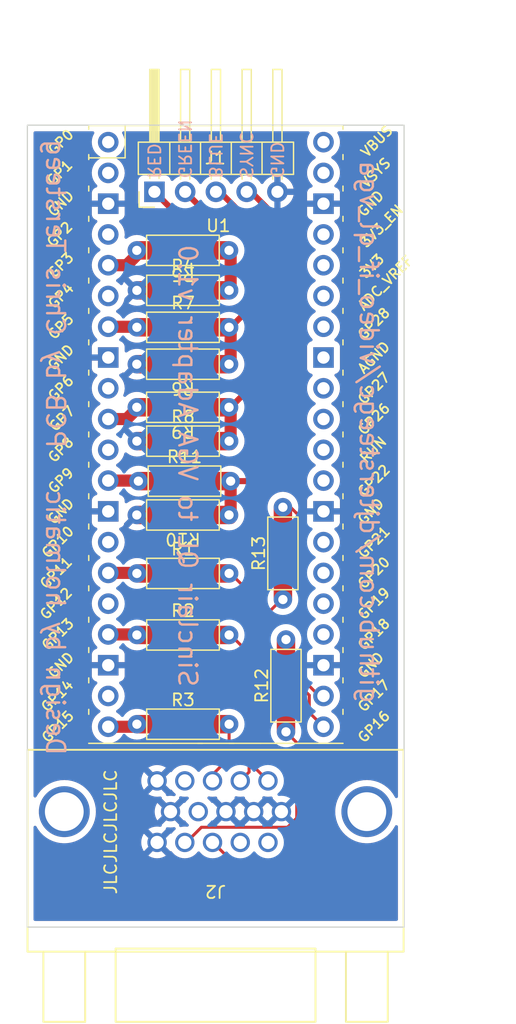
<source format=kicad_pcb>
(kicad_pcb (version 20211014) (generator pcbnew)
  (title_block (date "2023-02-12") (rev "v1.0"))
  (layers (0 "F.Cu" signal) (31 "B.Cu" signal) (34 "B.Paste" user) (35 "F.Paste" user) (36 "B.SilkS" user "B.Silkscreen") (37 "F.SilkS" user "F.Silkscreen") (38 "B.Mask" user) (39 "F.Mask" user) (44 "Edge.Cuts" user))
  (net 0 "")
  (net 1 "Net-(J1-Pad1)")
  (net 2 "Net-(J1-Pad2)")
  (net 3 "Net-(J1-Pad3)")
  (net 4 "Net-(J1-Pad4)")
  (net 5 "GND")
  (net 6 "Net-(J2-Pad1)")
  (net 7 "Net-(J2-Pad2)")
  (net 8 "Net-(J2-Pad3)")
  (net 13 "Net-(J2-Pad13)")
  (net 14 "Net-(J2-Pad14)")
  (net 15 "/RED")
  (net 16 "/BLUE")
  (net 17 "/GREEN")
  (net 18 "/QLRED")
  (net 19 "/QLGREEN")
  (net 20 "/QLBLUE")
  (net 21 "/HSYNC")
  (net 22 "/VSYNC")
  (net 29 "/QLSYNC")
  (footprint "THT_SMD:R_Axial_DIN0207_L6.3mm_D2.5mm_P7.62_Horizontal" (layer "F.Cu") (at 139.569 81.788 180)
    (fp_text reference "R9" (at 0 -2 180 unlocked) (layer "F.SilkS"))
    (fp_text value "330R")
    (fp_rect (start -3 -1.25) (end 3 1.25) (layer "F.SilkS") (width 0.12) (fill none))
    (pad "1" thru_hole circle (at -3.81 0 180) (size 1.524 1.524) (drill 0.762) (layers *.Cu *.Mask) (net 3 "Net-(J1-Pad3)"))
    (pad "1" smd rect (at -2.155 0 180) (size 3.31 1.524) (layers "F.Cu" "F.Paste" "F.Mask") (net 3 "Net-(J1-Pad3)"))
    (pad "2" thru_hole circle (at 3.81 0 180) (size 1.524 1.524) (drill 0.762) (layers *.Cu *.Mask) (net 20 "/QLBLUE"))
    (pad "2" smd rect (at 2.155 0 180) (size 3.31 1.524) (layers "F.Cu" "F.Paste" "F.Mask") (net 20 "/QLBLUE"))
  )
  (footprint "THT_SMD:R_Axial_DIN0207_L6.3mm_D2.5mm_P7.62_Horizontal" (layer "F.Cu") (at 148.082 104.771 90)
    (fp_text reference "R12" (at 0 -2 90 unlocked) (layer "F.SilkS"))
    (fp_text value "100R")
    (fp_rect (start -3 -1.25) (end 3 1.25) (layer "F.SilkS") (width 0.12) (fill none))
    (pad "1" smd rect (at -2.155 0 90) (size 3.31 1.524) (layers "F.Cu" "F.Paste" "F.Mask") (net 13 "Net-(J2-Pad13)"))
    (pad "1" thru_hole circle (at -3.81 0 90) (size 1.524 1.524) (drill 0.762) (layers *.Cu *.Mask) (net 13 "Net-(J2-Pad13)"))
    (pad "2" smd rect (at 2.155 0 90) (size 3.31 1.524) (layers "F.Cu" "F.Paste" "F.Mask") (net 21 "/HSYNC"))
    (pad "2" thru_hole circle (at 3.81 0 90) (size 1.524 1.524) (drill 0.762) (layers *.Cu *.Mask) (net 21 "/HSYNC"))
  )
  (footprint "THT_SMD:R_Axial_DIN0207_L6.3mm_D2.5mm_P7.62_Horizontal" (layer "F.Cu") (at 139.569 78.232 180)
    (fp_text reference "R6" (at 0 -2 180 unlocked) (layer "F.SilkS"))
    (fp_text value "680R")
    (fp_rect (start -3 -1.25) (end 3 1.25) (layer "F.SilkS") (width 0.12) (fill none))
    (pad "1" thru_hole circle (at -3.81 0 180) (size 1.524 1.524) (drill 0.762) (layers *.Cu *.Mask) (net 2 "Net-(J1-Pad2)"))
    (pad "1" smd rect (at -2.155 0 180) (size 3.31 1.524) (layers "F.Cu" "F.Paste" "F.Mask") (net 2 "Net-(J1-Pad2)"))
    (pad "2" thru_hole circle (at 3.81 0 180) (size 1.524 1.524) (drill 0.762) (layers *.Cu *.Mask) (net 5 "GND"))
    (pad "2" smd rect (at 2.155 0 180) (size 3.31 1.524) (layers "F.Cu" "F.Paste" "F.Mask") (net 5 "GND"))
  )
  (footprint "THT_SMD:R_Axial_DIN0207_L6.3mm_D2.5mm_P7.62_Horizontal" (layer "F.Cu") (at 139.7 87.884)
    (fp_text reference "R11" (at 0 -2 unlocked) (layer "F.SilkS"))
    (fp_text value "330R")
    (fp_rect (start -3 -1.25) (end 3 1.25) (layer "F.SilkS") (width 0.12) (fill none))
    (pad "1" thru_hole circle (at -3.81 0) (size 1.524 1.524) (drill 0.762) (layers *.Cu *.Mask) (net 29 "/QLSYNC"))
    (pad "1" smd rect (at -2.155 0) (size 3.31 1.524) (layers "F.Cu" "F.Paste" "F.Mask") (net 29 "/QLSYNC"))
    (pad "2" smd rect (at 2.155 0) (size 3.31 1.524) (layers "F.Cu" "F.Paste" "F.Mask") (net 4 "Net-(J1-Pad4)"))
    (pad "2" thru_hole circle (at 3.81 0) (size 1.524 1.524) (drill 0.762) (layers *.Cu *.Mask) (net 4 "Net-(J1-Pad4)"))
  )
  (footprint "THT_SMD:R_Axial_DIN0207_L6.3mm_D2.5mm_P7.62_Horizontal" (layer "F.Cu") (at 139.569 90.678 180)
    (fp_text reference "R10" (at 0 -2 180 unlocked) (layer "F.SilkS"))
    (fp_text value "680R")
    (fp_rect (start -3 -1.25) (end 3 1.25) (layer "F.SilkS") (width 0.12) (fill none))
    (pad "1" smd rect (at -2.155 0 180) (size 3.31 1.524) (layers "F.Cu" "F.Paste" "F.Mask") (net 4 "Net-(J1-Pad4)"))
    (pad "1" thru_hole circle (at -3.81 0 180) (size 1.524 1.524) (drill 0.762) (layers *.Cu *.Mask) (net 4 "Net-(J1-Pad4)"))
    (pad "2" smd rect (at 2.155 0 180) (size 3.31 1.524) (layers "F.Cu" "F.Paste" "F.Mask") (net 5 "GND"))
    (pad "2" thru_hole circle (at 3.81 0 180) (size 1.524 1.524) (drill 0.762) (layers *.Cu *.Mask) (net 5 "GND"))
  )
  (footprint "THT_SMD:R_Axial_DIN0207_L6.3mm_D2.5mm_P7.62_Horizontal" (layer "F.Cu") (at 147.828 93.849 90)
    (fp_text reference "R13" (at 0 -2 90 unlocked) (layer "F.SilkS"))
    (fp_text value "100R")
    (fp_rect (start -3 -1.25) (end 3 1.25) (layer "F.SilkS") (width 0.12) (fill none))
    (pad "1" thru_hole circle (at -3.81 0 90) (size 1.524 1.524) (drill 0.762) (layers *.Cu *.Mask) (net 14 "Net-(J2-Pad14)"))
    (pad "1" smd rect (at -2.155 0 90) (size 3.31 1.524) (layers "F.Cu" "F.Paste" "F.Mask") (net 14 "Net-(J2-Pad14)"))
    (pad "2" thru_hole circle (at 3.81 0 90) (size 1.524 1.524) (drill 0.762) (layers *.Cu *.Mask) (net 22 "/VSYNC"))
    (pad "2" smd rect (at 2.155 0 90) (size 3.31 1.524) (layers "F.Cu" "F.Paste" "F.Mask") (net 22 "/VSYNC"))
  )
  (footprint "THT_SMD:R_Axial_DIN0207_L6.3mm_D2.5mm_P7.62_Horizontal" (layer "F.Cu") (at 139.577 95.504)
    (fp_text reference "R1" (at 0 -2 unlocked) (layer "F.SilkS"))
    (fp_text value "330R")
    (fp_rect (start -3 -1.25) (end 3 1.25) (layer "F.SilkS") (width 0.12) (fill none))
    (pad "1" smd rect (at -2.155 0) (size 3.31 1.524) (layers "F.Cu" "F.Paste" "F.Mask") (net 15 "/RED"))
    (pad "1" thru_hole circle (at -3.81 0) (size 1.524 1.524) (drill 0.762) (layers *.Cu *.Mask) (net 15 "/RED"))
    (pad "2" smd rect (at 2.155 0) (size 3.31 1.524) (layers "F.Cu" "F.Paste" "F.Mask") (net 6 "Net-(J2-Pad1)"))
    (pad "2" thru_hole circle (at 3.81 0) (size 1.524 1.524) (drill 0.762) (layers *.Cu *.Mask) (net 6 "Net-(J2-Pad1)"))
  )
  (footprint "THT_SMD:R_Axial_DIN0207_L6.3mm_D2.5mm_P7.62_Horizontal" (layer "F.Cu") (at 139.577 107.95)
    (fp_text reference "R3" (at 0 -2 unlocked) (layer "F.SilkS"))
    (fp_text value "330R")
    (fp_rect (start -3 -1.25) (end 3 1.25) (layer "F.SilkS") (width 0.12) (fill none))
    (pad "1" thru_hole circle (at -3.81 0) (size 1.524 1.524) (drill 0.762) (layers *.Cu *.Mask) (net 16 "/BLUE"))
    (pad "1" smd rect (at -2.155 0) (size 3.31 1.524) (layers "F.Cu" "F.Paste" "F.Mask") (net 16 "/BLUE"))
    (pad "2" smd rect (at 2.155 0) (size 3.31 1.524) (layers "F.Cu" "F.Paste" "F.Mask") (net 8 "Net-(J2-Pad3)"))
    (pad "2" thru_hole circle (at 3.81 0) (size 1.524 1.524) (drill 0.762) (layers *.Cu *.Mask) (net 8 "Net-(J2-Pad3)"))
  )
  (footprint "THT_SMD:R_Axial_DIN0207_L6.3mm_D2.5mm_P7.62_Horizontal" (layer "F.Cu") (at 139.577 100.584)
    (fp_text reference "R2" (at 0 -2 unlocked) (layer "F.SilkS"))
    (fp_text value "330R")
    (fp_rect (start -3 -1.25) (end 3 1.25) (layer "F.SilkS") (width 0.12) (fill none))
    (pad "1" thru_hole circle (at -3.81 0) (size 1.524 1.524) (drill 0.762) (layers *.Cu *.Mask) (net 17 "/GREEN"))
    (pad "1" smd rect (at -2.155 0) (size 3.31 1.524) (layers "F.Cu" "F.Paste" "F.Mask") (net 17 "/GREEN"))
    (pad "2" thru_hole circle (at 3.81 0) (size 1.524 1.524) (drill 0.762) (layers *.Cu *.Mask) (net 7 "Net-(J2-Pad2)"))
    (pad "2" smd rect (at 2.155 0) (size 3.31 1.524) (layers "F.Cu" "F.Paste" "F.Mask") (net 7 "Net-(J2-Pad2)"))
  )
  (footprint "THT_SMD:R_Axial_DIN0207_L6.3mm_D2.5mm_P7.62_Horizontal" (layer "F.Cu") (at 139.577 72.136)
    (fp_text reference "R4" (at 0 -2 unlocked) (layer "F.SilkS"))
    (fp_text value "680R")
    (fp_rect (start -3 -1.25) (end 3 1.25) (layer "F.SilkS") (width 0.12) (fill none))
    (pad "1" smd rect (at -2.155 0) (size 3.31 1.524) (layers "F.Cu" "F.Paste" "F.Mask") (net 5 "GND"))
    (pad "1" thru_hole circle (at -3.81 0) (size 1.524 1.524) (drill 0.762) (layers *.Cu *.Mask) (net 5 "GND"))
    (pad "2" smd rect (at 2.155 0) (size 3.31 1.524) (layers "F.Cu" "F.Paste" "F.Mask") (net 1 "Net-(J1-Pad1)"))
    (pad "2" thru_hole circle (at 3.81 0) (size 1.524 1.524) (drill 0.762) (layers *.Cu *.Mask) (net 1 "Net-(J1-Pad1)"))
  )
  (footprint "HD15 L77HDE15SD1CH4FVGA:CONN_L77HDE15SD1CH4FVGA_AMP" (layer "F.Cu") (at 142.2654 126.6 180)
    (fp_text reference "J2" (at 0 4.85 180 unlocked) (layer "F.SilkS"))
    (fp_text value "DB15_Female_HighDensity")
    (fp_line (start -15.5321 16.5354) (end 15.5321 16.5354) (layer "F.SilkS") (width 0.1524))
    (fp_line (start 15.5321 16.5354) (end 15.5321 -0.127) (layer "F.SilkS") (width 0.1524))
    (fp_line (start -8.255 0.127) (end 8.255 0.127) (layer "F.SilkS") (width 0.1524))
    (fp_line (start 10.7678 -5.9182) (end 14.2222 -5.9182) (layer "F.SilkS") (width 0.1524))
    (fp_line (start 10.7678 -0.127) (end 10.7678 -5.9182) (layer "F.SilkS") (width 0.1524))
    (fp_line (start -8.255 -5.9182) (end -8.255 0.127) (layer "F.SilkS") (width 0.1524))
    (fp_line (start -14.2222 -0.127) (end -14.2222 -5.9182) (layer "F.SilkS") (width 0.1524))
    (fp_line (start 15.5321 -0.127) (end -15.5321 -0.127) (layer "F.SilkS") (width 0.1524))
    (fp_line (start -10.7678 -5.9182) (end -10.7678 -0.127) (layer "F.SilkS") (width 0.1524))
    (fp_line (start 14.2222 -5.9182) (end 14.2222 -0.127) (layer "F.SilkS") (width 0.1524))
    (fp_line (start 8.255 0.127) (end 8.255 -5.9182) (layer "F.SilkS") (width 0.1524))
    (fp_line (start -14.2222 -5.9182) (end -10.7678 -5.9182) (layer "F.SilkS") (width 0.1524))
    (fp_line (start -15.5321 -0.127) (end -15.5321 16.5354) (layer "F.SilkS") (width 0.1524))
    (fp_line (start 8.255 -5.9182) (end -8.255 -5.9182) (layer "F.SilkS") (width 0.1524))
    (pad "0" thru_hole circle (at 12.495 11.43 180) (size 4.2004 4.2004) (drill 3.2004) (layers *.Cu *.Mask))
    (pad "0" thru_hole circle (at -12.495 11.43 180) (size 4.2004 4.2004) (drill 3.2004) (layers *.Cu *.Mask))
    (pad "1" thru_hole circle (at -4.329999 13.97 180) (size 1.6002 1.6002) (drill 1.0922) (layers *.Cu *.Mask) (net 6 "Net-(J2-Pad1)"))
    (pad "2" thru_hole circle (at -2.040001 13.97 180) (size 1.6002 1.6002) (drill 1.0922) (layers *.Cu *.Mask) (net 7 "Net-(J2-Pad2)"))
    (pad "3" thru_hole circle (at 0.25 13.97 180) (size 1.6002 1.6002) (drill 1.0922) (layers *.Cu *.Mask) (net 8 "Net-(J2-Pad3)"))
    (pad "4" thru_hole circle (at 2.54 13.97 180) (size 1.6002 1.6002) (drill 1.0922) (layers *.Cu *.Mask))
    (pad "5" thru_hole circle (at 4.83 13.97 180) (size 1.6002 1.6002) (drill 1.0922) (layers *.Cu *.Mask) (net 5 "GND"))
    (pad "6" thru_hole circle (at -5.439499 11.43 180) (size 1.6002 1.6002) (drill 1.0922) (layers *.Cu *.Mask) (net 5 "GND"))
    (pad "7" thru_hole circle (at -3.149501 11.43 180) (size 1.6002 1.6002) (drill 1.0922) (layers *.Cu *.Mask) (net 5 "GND"))
    (pad "8" thru_hole circle (at -0.8595 11.43 180) (size 1.6002 1.6002) (drill 1.0922) (layers *.Cu *.Mask) (net 5 "GND"))
    (pad "9" thru_hole circle (at 1.4305 11.43 180) (size 1.6002 1.6002) (drill 1.0922) (layers *.Cu *.Mask))
    (pad "10" thru_hole circle (at 3.720501 11.43 180) (size 1.6002 1.6002) (drill 1.0922) (layers *.Cu *.Mask) (net 5 "GND"))
    (pad "11" thru_hole circle (at -4.329999 8.89 180) (size 1.6002 1.6002) (drill 1.0922) (layers *.Cu *.Mask))
    (pad "12" thru_hole circle (at -2.040001 8.89 180) (size 1.6002 1.6002) (drill 1.0922) (layers *.Cu *.Mask))
    (pad "13" thru_hole circle (at 0.25 8.89 180) (size 1.6002 1.6002) (drill 1.0922) (layers *.Cu *.Mask) (net 13 "Net-(J2-Pad13)"))
    (pad "14" thru_hole circle (at 2.54 8.89 180) (size 1.6002 1.6002) (drill 1.0922) (layers *.Cu *.Mask) (net 14 "Net-(J2-Pad14)"))
    (pad "15" thru_hole circle (at 4.83 8.89 180) (size 1.6002 1.6002) (drill 1.0922) (layers *.Cu *.Mask) (net 5 "GND"))
  )
  (footprint "Connector_PinHeader_2.54mm:PinHeader_1x05_P2.54mm_Horizontal" (layer "F.Cu") (at 137.215 64 90)
    (fp_text reference "J1" (at 2.786 5.025 180) (layer "F.SilkS"))
    (fp_text value "Conn_01x05")
    (fp_line (start 4.1 4.7) (end 10.1 4.7) (layer "F.SilkS") (width 0.12))
    (fp_line (start 10.1 7.24) (end 10.1 8) (layer "F.SilkS") (width 0.12))
    (fp_line (start 4.1 0.04) (end 10.1 0.04) (layer "F.SilkS") (width 0.12))
    (fp_line (start 1.44 3.81) (end 4.1 3.81) (layer "F.SilkS") (width 0.12))
    (fp_line (start 10.1 9.78) (end 10.1 10.54) (layer "F.SilkS") (width 0.12))
    (fp_line (start 4.1 -0.2) (end 10.1 -0.2) (layer "F.SilkS") (width 0.12))
    (fp_line (start 10.1 -0.38) (end 10.1 0.38) (layer "F.SilkS") (width 0.12))
    (fp_line (start 1.042929 4.7) (end 1.44 4.7) (layer "F.SilkS") (width 0.12))
    (fp_line (start 10.1 8) (end 4.1 8) (layer "F.SilkS") (width 0.12))
    (fp_line (start 10.1 2.92) (end 4.1 2.92) (layer "F.SilkS") (width 0.12))
    (fp_line (start 1.042929 5.46) (end 1.44 5.46) (layer "F.SilkS") (width 0.12))
    (fp_line (start 1.042929 10.54) (end 1.44 10.54) (layer "F.SilkS") (width 0.12))
    (fp_line (start 1.11 0.38) (end 1.44 0.38) (layer "F.SilkS") (width 0.12))
    (fp_line (start 1.44 6.35) (end 4.1 6.35) (layer "F.SilkS") (width 0.12))
    (fp_line (start -1.27 0) (end -1.27 -1.27) (layer "F.SilkS") (width 0.12))
    (fp_line (start 4.1 -0.08) (end 10.1 -0.08) (layer "F.SilkS") (width 0.12))
    (fp_line (start 4.1 -0.32) (end 10.1 -0.32) (layer "F.SilkS") (width 0.12))
    (fp_line (start 1.44 1.27) (end 4.1 1.27) (layer "F.SilkS") (width 0.12))
    (fp_line (start 1.042929 2.92) (end 1.44 2.92) (layer "F.SilkS") (width 0.12))
    (fp_line (start 1.44 -1.33) (end 1.44 11.49) (layer "F.SilkS") (width 0.12))
    (fp_line (start 4.1 2.16) (end 10.1 2.16) (layer "F.SilkS") (width 0.12))
    (fp_line (start 1.042929 7.24) (end 1.44 7.24) (layer "F.SilkS") (width 0.12))
    (fp_line (start 4.1 -0.38) (end 10.1 -0.38) (layer "F.SilkS") (width 0.12))
    (fp_line (start 10.1 2.16) (end 10.1 2.92) (layer "F.SilkS") (width 0.12))
    (fp_line (start 4.1 0.28) (end 10.1 0.28) (layer "F.SilkS") (width 0.12))
    (fp_line (start 1.042929 9.78) (end 1.44 9.78) (layer "F.SilkS") (width 0.12))
    (fp_line (start 4.1 0.16) (end 10.1 0.16) (layer "F.SilkS") (width 0.12))
    (fp_line (start 10.1 10.54) (end 4.1 10.54) (layer "F.SilkS") (width 0.12))
    (fp_line (start -1.27 -1.27) (end 0 -1.27) (layer "F.SilkS") (width 0.12))
    (fp_line (start 4.1 11.49) (end 4.1 -1.33) (layer "F.SilkS") (width 0.12))
    (fp_line (start 1.042929 8) (end 1.44 8) (layer "F.SilkS") (width 0.12))
    (fp_line (start 1.44 11.49) (end 4.1 11.49) (layer "F.SilkS") (width 0.12))
    (fp_line (start 10.1 5.46) (end 4.1 5.46) (layer "F.SilkS") (width 0.12))
    (fp_line (start 1.44 8.89) (end 4.1 8.89) (layer "F.SilkS") (width 0.12))
    (fp_line (start 4.1 9.78) (end 10.1 9.78) (layer "F.SilkS") (width 0.12))
    (fp_line (start 1.11 -0.38) (end 1.44 -0.38) (layer "F.SilkS") (width 0.12))
    (fp_line (start 4.1 7.24) (end 10.1 7.24) (layer "F.SilkS") (width 0.12))
    (fp_line (start 1.042929 2.16) (end 1.44 2.16) (layer "F.SilkS") (width 0.12))
    (fp_line (start 10.1 0.38) (end 4.1 0.38) (layer "F.SilkS") (width 0.12))
    (fp_line (start 10.1 4.7) (end 10.1 5.46) (layer "F.SilkS") (width 0.12))
    (fp_line (start 4.1 -1.33) (end 1.44 -1.33) (layer "F.SilkS") (width 0.12))
    (pad "1" thru_hole rect (at 0 0 90) (size 1.7 1.7) (drill 1) (layers *.Cu *.Mask) (net 1 "Net-(J1-Pad1)"))
    (pad "2" thru_hole oval (at 0 2.54 90) (size 1.7 1.7) (drill 1) (layers *.Cu *.Mask) (net 2 "Net-(J1-Pad2)"))
    (pad "3" thru_hole oval (at 0 5.08 90) (size 1.7 1.7) (drill 1) (layers *.Cu *.Mask) (net 3 "Net-(J1-Pad3)"))
    (pad "4" thru_hole oval (at 0 7.62 90) (size 1.7 1.7) (drill 1) (layers *.Cu *.Mask) (net 4 "Net-(J1-Pad4)"))
    (pad "5" thru_hole oval (at 0 10.16 90) (size 1.7 1.7) (drill 1) (layers *.Cu *.Mask) (net 5 "GND"))
  )
  (footprint "THT_SMD:R_Axial_DIN0207_L6.3mm_D2.5mm_P7.62_Horizontal" (layer "F.Cu") (at 139.569 68.834 180)
    (fp_text reference "R5" (at 0 -2 180 unlocked) (layer "F.SilkS"))
    (fp_text value "330R")
    (fp_rect (start -3 -1.25) (end 3 1.25) (layer "F.SilkS") (width 0.12) (fill none))
    (pad "1" thru_hole circle (at -3.81 0 180) (size 1.524 1.524) (drill 0.762) (layers *.Cu *.Mask) (net 1 "Net-(J1-Pad1)"))
    (pad "1" smd rect (at -2.155 0 180) (size 3.31 1.524) (layers "F.Cu" "F.Paste" "F.Mask") (net 1 "Net-(J1-Pad1)"))
    (pad "2" smd rect (at 2.155 0 180) (size 3.31 1.524) (layers "F.Cu" "F.Paste" "F.Mask") (net 18 "/QLRED"))
    (pad "2" thru_hole circle (at 3.81 0 180) (size 1.524 1.524) (drill 0.762) (layers *.Cu *.Mask) (net 18 "/QLRED"))
  )
  (footprint "MCU_RaspberryPi_and_Boards:RPi_Pico_SMD_TH" (layer "F.Cu") (at 142.29 84.03)
    (fp_text reference "U1" (at 0.204 -17.228) (layer "F.SilkS"))
    (fp_text value "SC0915")
    (fp_text user "GND" (at 12.8 19.05 45) (layer "F.SilkS") (effects (font (size 0.8 0.8))))
    (fp_text user "GP18" (at 13.054 16.51 45) (layer "F.SilkS") (effects (font (size 0.8 0.8))))
    (fp_text user "GND" (at 12.8 -19.05 45) (layer "F.SilkS") (effects (font (size 0.8 0.8))))
    (fp_text user "GP9" (at -12.8 3.81 45) (layer "F.SilkS") (effects (font (size 0.8 0.8))))
    (fp_text user "GP0" (at -12.8 -24.13 45) (layer "F.SilkS") (effects (font (size 0.8 0.8))))
    (fp_text user "GND" (at 12.8 6.35 45) (layer "F.SilkS") (effects (font (size 0.8 0.8))))
    (fp_text user "GP16" (at 13.054 24.13 45) (layer "F.SilkS") (effects (font (size 0.8 0.8))))
    (fp_text user "3V3" (at 12.9 -13.9 45) (layer "F.SilkS") (effects (font (size 0.8 0.8))))
    (fp_text user "GP26" (at 13.054 -1.27 45) (layer "F.SilkS") (effects (font (size 0.8 0.8))))
    (fp_text user "GP6" (at -12.8 -3.81 45) (layer "F.SilkS") (effects (font (size 0.8 0.8))))
    (fp_text user "GND" (at -12.8 -6.35 45) (layer "F.SilkS") (effects (font (size 0.8 0.8))))
    (fp_text user "GP1" (at -12.9 -21.6 45) (layer "F.SilkS") (effects (font (size 0.8 0.8))))
    (fp_text user "GP17" (at 13.054 21.59 45) (layer "F.SilkS") (effects (font (size 0.8 0.8))))
    (fp_text user "VBUS" (at 13.3 -24.2 45) (layer "F.SilkS") (effects (font (size 0.8 0.8))))
    (fp_text user "GP12" (at -13.2 13.97 45) (layer "F.SilkS") (effects (font (size 0.8 0.8))))
    (fp_text user "GP19" (at 13.054 13.97 45) (layer "F.SilkS") (effects (font (size 0.8 0.8))))
    (fp_text user "GP4" (at -12.8 -11.43 45) (layer "F.SilkS") (effects (font (size 0.8 0.8))))
    (fp_text user "GP21" (at 13.054 8.9 45) (layer "F.SilkS") (effects (font (size 0.8 0.8))))
    (fp_text user "RUN" (at 13 1.27 45) (layer "F.SilkS") (effects (font (size 0.8 0.8))))
    (fp_text user "3V3_EN" (at 13.7 -17.2 45) (layer "F.SilkS") (effects (font (size 0.8 0.8))))
    (fp_text user "GP15" (at -13.054 24.13 45) (layer "F.SilkS") (effects (font (size 0.8 0.8))))
    (fp_text user "GP2" (at -12.9 -16.51 45) (layer "F.SilkS") (effects (font (size 0.8 0.8))))
    (fp_text user "GP10" (at -13.054 8.89 45) (layer "F.SilkS") (effects (font (size 0.8 0.8))))
    (fp_text user "GP27" (at 13.054 -3.8 45) (layer "F.SilkS") (effects (font (size 0.8 0.8))))
    (fp_text user "GP13" (at -13.054 16.51 45) (layer "F.SilkS") (effects (font (size 0.8 0.8))))
    (fp_text user "GP3" (at -12.8 -13.97 45) (layer "F.SilkS") (effects (font (size 0.8 0.8))))
    (fp_text user "GND" (at -12.8 19.05 45) (layer "F.SilkS") (effects (font (size 0.8 0.8))))
    (fp_text user "GP22" (at 13.054 3.81 45) (layer "F.SilkS") (effects (font (size 0.8 0.8))))
    (fp_text user "GND" (at -12.8 -19.05 45) (layer "F.SilkS") (effects (font (size 0.8 0.8))))
    (fp_text user "GP28" (at 13.054 -9.144 45) (layer "F.SilkS") (effects (font (size 0.8 0.8))))
    (fp_text user "GP7" (at -12.7 -1.3 45) (layer "F.SilkS") (effects (font (size 0.8 0.8))))
    (fp_text user "VSYS" (at 13.2 -21.59 45) (layer "F.SilkS") (effects (font (size 0.8 0.8))))
    (fp_text user "GND" (at -12.8 6.35 45) (layer "F.SilkS") (effects (font (size 0.8 0.8))))
    (fp_text user "GP8" (at -12.8 1.27 45) (layer "F.SilkS") (effects (font (size 0.8 0.8))))
    (fp_text user "GP11" (at -13.2 11.43 45) (layer "F.SilkS") (effects (font (size 0.8 0.8))))
    (fp_text user "GP5" (at -12.8 -8.89 45) (layer "F.SilkS") (effects (font (size 0.8 0.8))))
    (fp_text user "AGND" (at 13.054 -6.35 45) (layer "F.SilkS") (effects (font (size 0.8 0.8))))
    (fp_text user "GP20" (at 13.054 11.43 45) (layer "F.SilkS") (effects (font (size 0.8 0.8))))
    (fp_text user "GP14" (at -13.1 21.59 45) (layer "F.SilkS") (effects (font (size 0.8 0.8))))
    (fp_text user "ADC_VREF" (at 14 -12.5 45) (layer "F.SilkS") (effects (font (size 0.8 0.8))))
    (fp_line (start 10.5 7.4) (end 10.5 7.8) (layer "F.SilkS") (width 0.12))
    (fp_line (start -10.5 -2.7) (end -10.5 -2.3) (layer "F.SilkS") (width 0.12))
    (fp_line (start 10.5 -25.5) (end 10.5 -25.2) (layer "F.SilkS") (width 0.12))
    (fp_line (start 10.5 -2.7) (end 10.5 -2.3) (layer "F.SilkS") (width 0.12))
    (fp_line (start 10.5 -7.8) (end 10.5 -7.4) (layer "F.SilkS") (width 0.12))
    (fp_line (start -10.5 -25.5) (end -10.5 -25.2) (layer "F.SilkS") (width 0.12))
    (fp_line (start 10.5 -12.9) (end 10.5 -12.5) (layer "F.SilkS") (width 0.12))
    (fp_line (start -10.5 -22.833) (end -7.493 -22.833) (layer "F.SilkS") (width 0.12))
    (fp_line (start -10.5 -5.3) (end -10.5 -4.9) (layer "F.SilkS") (width 0.12))
    (fp_line (start 10.5 15.1) (end 10.5 15.5) (layer "F.SilkS") (width 0.12))
    (fp_line (start 10.5 -20.5) (end 10.5 -20.1) (layer "F.SilkS") (width 0.12))
    (fp_line (start -10.5 -0.2) (end -10.5 0.2) (layer "F.SilkS") (width 0.12))
    (fp_line (start 1.1 25.5) (end 1.5 25.5) (layer "F.SilkS") (width 0.12))
    (fp_line (start -10.5 -23.1) (end -10.5 -22.7) (layer "F.SilkS") (width 0.12))
    (fp_line (start -10.5 2.3) (end -10.5 2.7) (layer "F.SilkS") (width 0.12))
    (fp_line (start -10.5 -12.9) (end -10.5 -12.5) (layer "F.SilkS") (width 0.12))
    (fp_line (start 10.5 22.7) (end 10.5 23.1) (layer "F.SilkS") (width 0.12))
    (fp_line (start 10.5 -23.1) (end 10.5 -22.7) (layer "F.SilkS") (width 0.12))
    (fp_line (start -10.5 7.4) (end -10.5 7.8) (layer "F.SilkS") (width 0.12))
    (fp_line (start -1.5 25.5) (end -1.1 25.5) (layer "F.SilkS") (width 0.12))
    (fp_line (start 10.5 -15.4) (end 10.5 -15) (layer "F.SilkS") (width 0.12))
    (fp_line (start -10.5 -25.5) (end 10.5 -25.5) (layer "F.SilkS") (width 0.12))
    (fp_line (start -10.5 15.1) (end -10.5 15.5) (layer "F.SilkS") (width 0.12))
    (fp_line (start -10.5 17.6) (end -10.5 18) (layer "F.SilkS") (width 0.12))
    (fp_line (start 10.5 12.5) (end 10.5 12.9) (layer "F.SilkS") (width 0.12))
    (fp_line (start -10.5 -15.4) (end -10.5 -15) (layer "F.SilkS") (width 0.12))
    (fp_line (start 10.5 -10.4) (end 10.5 -10) (layer "F.SilkS") (width 0.12))
    (fp_line (start 10.5 4.9) (end 10.5 5.3) (layer "F.SilkS") (width 0.12))
    (fp_line (start -3.7 25.5) (end -10.5 25.5) (layer "F.SilkS") (width 0.12))
    (fp_line (start 10.5 -0.2) (end 10.5 0.2) (layer "F.SilkS") (width 0.12))
    (fp_line (start -3.7 25.5) (end 3.7 25.5) (layer "F.SilkS") (width 0.12))
    (fp_line (start -10.5 -7.8) (end -10.5 -7.4) (layer "F.SilkS") (width 0.12))
    (fp_line (start -10.5 -10.4) (end -10.5 -10) (layer "F.SilkS") (width 0.12))
    (fp_line (start 10.5 25.5) (end 3.7 25.5) (layer "F.SilkS") (width 0.12))
    (fp_line (start 10.5 -18) (end 10.5 -17.6) (layer "F.SilkS") (width 0.12))
    (fp_line (start 10.5 -5.3) (end 10.5 -4.9) (layer "F.SilkS") (width 0.12))
    (fp_line (start -10.5 22.7) (end -10.5 23.1) (layer "F.SilkS") (width 0.12))
    (fp_line (start -10.5 -18) (end -10.5 -17.6) (layer "F.SilkS") (width 0.12))
    (fp_line (start 10.5 20.1) (end 10.5 20.5) (layer "F.SilkS") (width 0.12))
    (fp_line (start -10.5 4.9) (end -10.5 5.3) (layer "F.SilkS") (width 0.12))
    (fp_line (start 10.5 17.6) (end 10.5 18) (layer "F.SilkS") (width 0.12))
    (fp_line (start -10.5 -20.5) (end -10.5 -20.1) (layer "F.SilkS") (width 0.12))
    (fp_line (start -7.493 -22.833) (end -7.493 -25.5) (layer "F.SilkS") (width 0.12))
    (fp_line (start -10.5 10) (end -10.5 10.4) (layer "F.SilkS") (width 0.12))
    (fp_line (start -10.5 12.5) (end -10.5 12.9) (layer "F.SilkS") (width 0.12))
    (fp_line (start 10.5 10) (end 10.5 10.4) (layer "F.SilkS") (width 0.12))
    (fp_line (start -10.5 20.1) (end -10.5 20.5) (layer "F.SilkS") (width 0.12))
    (fp_line (start 10.5 2.3) (end 10.5 2.7) (layer "F.SilkS") (width 0.12))
    (pad "1" thru_hole oval (at -8.89 -24.13) (size 1.7 1.7) (drill 1.02) (layers *.Cu *.Mask))
    (pad "2" thru_hole oval (at -8.89 -21.59) (size 1.7 1.7) (drill 1.02) (layers *.Cu *.Mask))
    (pad "3" thru_hole rect (at -8.89 -19.05) (size 1.7 1.7) (drill 1.02) (layers *.Cu *.Mask) (net 5 "GND"))
    (pad "4" thru_hole oval (at -8.89 -16.51) (size 1.7 1.7) (drill 1.02) (layers *.Cu *.Mask))
    (pad "5" thru_hole oval (at -8.89 -13.97) (size 1.7 1.7) (drill 1.02) (layers *.Cu *.Mask) (net 18 "/QLRED"))
    (pad "6" thru_hole oval (at -8.89 -11.43) (size 1.7 1.7) (drill 1.02) (layers *.Cu *.Mask))
    (pad "7" thru_hole oval (at -8.89 -8.89) (size 1.7 1.7) (drill 1.02) (layers *.Cu *.Mask) (net 19 "/QLGREEN"))
    (pad "8" thru_hole rect (at -8.89 -6.35) (size 1.7 1.7) (drill 1.02) (layers *.Cu *.Mask) (net 5 "GND"))
    (pad "9" thru_hole oval (at -8.89 -3.81) (size 1.7 1.7) (drill 1.02) (layers *.Cu *.Mask))
    (pad "10" thru_hole oval (at -8.89 -1.27) (size 1.7 1.7) (drill 1.02) (layers *.Cu *.Mask) (net 20 "/QLBLUE"))
    (pad "11" thru_hole oval (at -8.89 1.27) (size 1.7 1.7) (drill 1.02) (layers *.Cu *.Mask))
    (pad "12" thru_hole oval (at -8.89 3.81) (size 1.7 1.7) (drill 1.02) (layers *.Cu *.Mask) (net 29 "/QLSYNC"))
    (pad "13" thru_hole rect (at -8.89 6.35) (size 1.7 1.7) (drill 1.02) (layers *.Cu *.Mask) (net 5 "GND"))
    (pad "14" thru_hole oval (at -8.89 8.89) (size 1.7 1.7) (drill 1.02) (layers *.Cu *.Mask))
    (pad "15" thru_hole oval (at -8.89 11.43) (size 1.7 1.7) (drill 1.02) (layers *.Cu *.Mask) (net 15 "/RED"))
    (pad "16" thru_hole oval (at -8.89 13.97) (size 1.7 1.7) (drill 1.02) (layers *.Cu *.Mask))
    (pad "17" thru_hole oval (at -8.89 16.51) (size 1.7 1.7) (drill 1.02) (layers *.Cu *.Mask) (net 17 "/GREEN"))
    (pad "18" thru_hole rect (at -8.89 19.05) (size 1.7 1.7) (drill 1.02) (layers *.Cu *.Mask) (net 5 "GND"))
    (pad "19" thru_hole oval (at -8.89 21.59) (size 1.7 1.7) (drill 1.02) (layers *.Cu *.Mask))
    (pad "20" thru_hole oval (at -8.89 24.13) (size 1.7 1.7) (drill 1.02) (layers *.Cu *.Mask) (net 16 "/BLUE"))
    (pad "21" thru_hole oval (at 8.89 24.13) (size 1.7 1.7) (drill 1.02) (layers *.Cu *.Mask) (net 21 "/HSYNC"))
    (pad "22" thru_hole oval (at 8.89 21.59) (size 1.7 1.7) (drill 1.02) (layers *.Cu *.Mask) (net 22 "/VSYNC"))
    (pad "23" thru_hole rect (at 8.89 19.05) (size 1.7 1.7) (drill 1.02) (layers *.Cu *.Mask) (net 5 "GND"))
    (pad "24" thru_hole oval (at 8.89 16.51) (size 1.7 1.7) (drill 1.02) (layers *.Cu *.Mask))
    (pad "25" thru_hole oval (at 8.89 13.97) (size 1.7 1.7) (drill 1.02) (layers *.Cu *.Mask))
    (pad "26" thru_hole oval (at 8.89 11.43) (size 1.7 1.7) (drill 1.02) (layers *.Cu *.Mask))
    (pad "27" thru_hole oval (at 8.89 8.89) (size 1.7 1.7) (drill 1.02) (layers *.Cu *.Mask))
    (pad "28" thru_hole rect (at 8.89 6.35) (size 1.7 1.7) (drill 1.02) (layers *.Cu *.Mask) (net 5 "GND"))
    (pad "29" thru_hole oval (at 8.89 3.81) (size 1.7 1.7) (drill 1.02) (layers *.Cu *.Mask))
    (pad "30" thru_hole oval (at 8.89 1.27) (size 1.7 1.7) (drill 1.02) (layers *.Cu *.Mask))
    (pad "31" thru_hole oval (at 8.89 -1.27) (size 1.7 1.7) (drill 1.02) (layers *.Cu *.Mask))
    (pad "32" thru_hole oval (at 8.89 -3.81) (size 1.7 1.7) (drill 1.02) (layers *.Cu *.Mask))
    (pad "33" thru_hole rect (at 8.89 -6.35) (size 1.7 1.7) (drill 1.02) (layers *.Cu *.Mask))
    (pad "34" thru_hole oval (at 8.89 -8.89) (size 1.7 1.7) (drill 1.02) (layers *.Cu *.Mask))
    (pad "35" thru_hole oval (at 8.89 -11.43) (size 1.7 1.7) (drill 1.02) (layers *.Cu *.Mask))
    (pad "36" thru_hole oval (at 8.89 -13.97) (size 1.7 1.7) (drill 1.02) (layers *.Cu *.Mask))
    (pad "37" thru_hole oval (at 8.89 -16.51) (size 1.7 1.7) (drill 1.02) (layers *.Cu *.Mask))
    (pad "38" thru_hole rect (at 8.89 -19.05) (size 1.7 1.7) (drill 1.02) (layers *.Cu *.Mask) (net 5 "GND"))
    (pad "39" thru_hole oval (at 8.89 -21.59) (size 1.7 1.7) (drill 1.02) (layers *.Cu *.Mask))
    (pad "40" thru_hole oval (at 8.89 -24.13) (size 1.7 1.7) (drill 1.02) (layers *.Cu *.Mask))
  )
  (footprint "THT_SMD:R_Axial_DIN0207_L6.3mm_D2.5mm_P7.62_Horizontal" (layer "F.Cu") (at 139.577 75.184)
    (fp_text reference "R7" (at 0 -2 unlocked) (layer "F.SilkS"))
    (fp_text value "330R")
    (fp_rect (start -3 -1.25) (end 3 1.25) (layer "F.SilkS") (width 0.12) (fill none))
    (pad "1" thru_hole circle (at -3.81 0) (size 1.524 1.524) (drill 0.762) (layers *.Cu *.Mask) (net 19 "/QLGREEN"))
    (pad "1" smd rect (at -2.155 0) (size 3.31 1.524) (layers "F.Cu" "F.Paste" "F.Mask") (net 19 "/QLGREEN"))
    (pad "2" smd rect (at 2.155 0) (size 3.31 1.524) (layers "F.Cu" "F.Paste" "F.Mask") (net 2 "Net-(J1-Pad2)"))
    (pad "2" thru_hole circle (at 3.81 0) (size 1.524 1.524) (drill 0.762) (layers *.Cu *.Mask) (net 2 "Net-(J1-Pad2)"))
  )
  (footprint "THT_SMD:R_Axial_DIN0207_L6.3mm_D2.5mm_P7.62_Horizontal" (layer "F.Cu") (at 139.577 84.582)
    (fp_text reference "R8" (at 0 -2 unlocked) (layer "F.SilkS"))
    (fp_text value "680R")
    (fp_rect (start -3 -1.25) (end 3 1.25) (layer "F.SilkS") (width 0.12) (fill none))
    (pad "1" smd rect (at -2.155 0) (size 3.31 1.524) (layers "F.Cu" "F.Paste" "F.Mask") (net 5 "GND"))
    (pad "1" thru_hole circle (at -3.81 0) (size 1.524 1.524) (drill 0.762) (layers *.Cu *.Mask) (net 5 "GND"))
    (pad "2" thru_hole circle (at 3.81 0) (size 1.524 1.524) (drill 0.762) (layers *.Cu *.Mask) (net 3 "Net-(J1-Pad3)"))
    (pad "2" smd rect (at 2.155 0) (size 3.31 1.524) (layers "F.Cu" "F.Paste" "F.Mask") (net 3 "Net-(J1-Pad3)"))
  )
  (gr_rect (start 126.7206 124.7) (end 157.8356 58.4962) (layer "Edge.Cuts") (width 0.1) (fill none))
  (gr_text "RED" (at 137.16 62.992 270) (layer "B.SilkS") (effects (font (size 1 1)) (justify left mirror)))
  (gr_text "GND" (at 147.32 62.992 270) (layer "B.SilkS") (effects (font (size 1 1)) (justify left mirror)))
  (gr_text "BLUE" (at 142.24 62.992 270) (layer "B.SilkS") (effects (font (size 1 1)) (justify left mirror)))
  (gr_text "SYNC" (at 144.78 62.992 270) (layer "B.SilkS") (effects (font (size 1 1)) (justify left mirror)))
  (gr_text "Design by holmatic   PCB by Chris Tersteeg" (at 129.032 85.09 270) (layer "B.SilkS") (effects (font (size 1.5 1.5) (thickness 0.2)) (justify mirror)))
  (gr_text "github.com/djtersteegc/video_if_ql_vga" (at 154.94 83.82 270) (layer "B.SilkS") (effects (font (size 1.5 1.5) (thickness 0.2)) (justify mirror)))
  (gr_text "GREEN" (at 139.7 62.992 270) (layer "B.SilkS") (effects (font (size 1 1)) (justify left mirror)))
  (gr_text "Sinclair QL to VGA Adapter v1.0" (at 139.954 86.614 270) (layer "B.SilkS") (effects (font (size 1.5 1.5) (thickness 0.2)) (justify mirror)))
  (gr_text "JLCJLCJLCJLC" (at 133.604 116.84 90) (layer "F.SilkS") (effects (font (size 1 1))))
  (segment (start 143.51 72.136) (end 143.51 69.088) (width 1) (layer "F.Cu") (net 1))
  (segment (start 137.215 64) (end 142.303 69.088) (width 0.5) (layer "F.Cu") (net 1))
  (segment (start 142.303 69.088) (end 143.51 69.088) (width 0.5) (layer "F.Cu") (net 1))
  (segment (start 143.51 78.232) (end 143.51 75.184) (width 1) (layer "F.Cu") (net 2))
  (segment (start 139.755 64) (end 142.684 66.929) (width 0.5) (layer "F.Cu") (net 2))
  (segment (start 142.684 66.929) (end 143.891 66.929) (width 0.5) (layer "F.Cu") (net 2))
  (segment (start 145.796 68.834) (end 145.796 72.898) (width 0.5) (layer "F.Cu") (net 2))
  (segment (start 145.796 72.898) (end 143.51 75.184) (width 0.5) (layer "F.Cu") (net 2))
  (segment (start 143.891 66.929) (end 145.796 68.834) (width 0.5) (layer "F.Cu") (net 2))
  (segment (start 142.295 64) (end 142.613 64) (width 0.5) (layer "F.Cu") (net 3))
  (segment (start 143.51 84.836) (end 143.51 81.788) (width 1) (layer "F.Cu") (net 3))
  (segment (start 142.613 64) (end 147.066 68.453) (width 0.5) (layer "F.Cu") (net 3))
  (segment (start 147.066 78.232) (end 143.51 81.788) (width 0.5) (layer "F.Cu") (net 3))
  (segment (start 147.066 68.453) (end 147.066 78.232) (width 0.5) (layer "F.Cu") (net 3))
  (segment (start 143.51 90.932) (end 143.51 87.884) (width 1) (layer "F.Cu") (net 4))
  (segment (start 144.835 64) (end 145.1845 64) (width 0.5) (layer "F.Cu") (net 4))
  (segment (start 148.336 85.09) (end 145.542 87.884) (width 0.5) (layer "F.Cu") (net 4))
  (segment (start 145.542 87.884) (end 143.51 87.884) (width 0.5) (layer "F.Cu") (net 4))
  (segment (start 148.336 67.1515) (end 148.336 85.09) (width 0.5) (layer "F.Cu") (net 4))
  (segment (start 145.1845 64) (end 148.336 67.1515) (width 0.5) (layer "F.Cu") (net 4))
  (segment (start 143.51 95.504) (end 145.542 97.536) (width 0.25) (layer "F.Cu") (net 6))
  (segment (start 145.542 111.576601) (end 146.595399 112.63) (width 0.25) (layer "F.Cu") (net 6))
  (segment (start 145.542 97.536) (end 145.542 111.576601) (width 0.25) (layer "F.Cu") (net 6))
  (segment (start 145.034 111.901401) (end 144.305401 112.63) (width 0.25) (layer "F.Cu") (net 7))
  (segment (start 143.51 100.584) (end 145.034 102.108) (width 0.25) (layer "F.Cu") (net 7))
  (segment (start 145.034 102.108) (end 145.034 111.901401) (width 0.25) (layer "F.Cu") (net 7))
  (segment (start 143.383 107.954) (end 143.387 107.95) (width 0.5) (layer "F.Cu") (net 8))
  (segment (start 142.0154 112.63) (end 142.0154 112.1168) (width 0.5) (layer "F.Cu") (net 8))
  (segment (start 142.0154 112.1168) (end 143.383 110.7492) (width 0.25) (layer "F.Cu") (net 8))
  (segment (start 143.383 110.7492) (end 143.383 107.954) (width 0.25) (layer "F.Cu") (net 8))
  (segment (start 142.0547 117.71) (end 143.6597 119.315) (width 0.25) (layer "F.Cu") (net 13))
  (segment (start 149.479 109.978) (end 148.082 108.581) (width 0.25) (layer "F.Cu") (net 13))
  (segment (start 142.0154 117.71) (end 142.0547 117.71) (width 0.25) (layer "F.Cu") (net 13))
  (segment (start 147.131 119.315) (end 149.479 116.967) (width 0.25) (layer "F.Cu") (net 13))
  (segment (start 143.6597 119.315) (end 147.131 119.315) (width 0.25) (layer "F.Cu") (net 13))
  (segment (start 149.479 116.967) (end 149.479 109.978) (width 0.25) (layer "F.Cu") (net 13))
  (segment (start 139.7254 117.8306) (end 141.097 116.459) (width 0.25) (layer "F.Cu") (net 14))
  (segment (start 148.209 116.459) (end 148.971 115.697) (width 0.25) (layer "F.Cu") (net 14))
  (segment (start 148.971 115.697) (end 148.971 111.887) (width 0.25) (layer "F.Cu") (net 14))
  (segment (start 148.971 111.887) (end 146.304 109.22) (width 0.25) (layer "F.Cu") (net 14))
  (segment (start 139.7254 117.71) (end 139.7254 117.8306) (width 0.25) (layer "F.Cu") (net 14))
  (segment (start 146.304 109.22) (end 146.304 99.06) (width 0.25) (layer "F.Cu") (net 14))
  (segment (start 146.304 99.06) (end 148.082 97.282) (width 0.25) (layer "F.Cu") (net 14))
  (segment (start 141.097 116.459) (end 148.209 116.459) (width 0.25) (layer "F.Cu") (net 14))
  (segment (start 133.4 95.46) (end 135.846 95.46) (width 1) (layer "F.Cu") (net 15))
  (segment (start 135.846 95.46) (end 135.89 95.504) (width 1) (layer "F.Cu") (net 15))
  (segment (start 133.4 108.16) (end 135.68 108.16) (width 1) (layer "F.Cu") (net 16))
  (segment (start 135.68 108.16) (end 135.89 107.95) (width 1) (layer "F.Cu") (net 16))
  (segment (start 135.846 100.54) (end 135.89 100.584) (width 1) (layer "F.Cu") (net 17))
  (segment (start 133.4 100.54) (end 135.846 100.54) (width 1) (layer "F.Cu") (net 17))
  (segment (start 133.4 70.06) (end 134.918 70.06) (width 1) (layer "F.Cu") (net 18))
  (segment (start 134.918 70.06) (end 135.89 69.088) (width 1) (layer "F.Cu") (net 18))
  (segment (start 135.846 75.14) (end 135.89 75.184) (width 1) (layer "F.Cu") (net 19))
  (segment (start 133.4 75.14) (end 135.846 75.14) (width 1) (layer "F.Cu") (net 19))
  (segment (start 134.918 82.76) (end 135.89 81.788) (width 1) (layer "F.Cu") (net 20))
  (segment (start 133.4 82.76) (end 134.918 82.76) (width 1) (layer "F.Cu") (net 20))
  (segment (start 150.005 106.985) (end 150.005 105.555) (width 0.25) (layer "F.Cu") (net 21))
  (segment (start 148.082 103.632) (end 148.082 100.584) (width 0.25) (layer "F.Cu") (net 21))
  (segment (start 150.005 105.555) (end 148.082 103.632) (width 0.25) (layer "F.Cu") (net 21))
  (segment (start 151.18 108.16) (end 150.005 106.985) (width 0.25) (layer "F.Cu") (net 21))
  (segment (start 148.082 89.662) (end 149.606 91.186) (width 0.25) (layer "F.Cu") (net 22))
  (segment (start 149.606 91.186) (end 149.606 104.394) (width 0.25) (layer "F.Cu") (net 22))
  (segment (start 150.832 105.62) (end 151.18 105.62) (width 0.25) (layer "F.Cu") (net 22))
  (segment (start 149.606 104.394) (end 150.832 105.62) (width 0.25) (layer "F.Cu") (net 22))
  (segment (start 135.846 87.84) (end 135.89 87.884) (width 1) (layer "F.Cu") (net 29))
  (segment (start 133.4 87.84) (end 135.846 87.84) (width 1) (layer "F.Cu") (net 29))
  (zone (net 5) (net_name "GND") (layers F&B.Cu) (connect_pads (clearance 0.508)) (min_thickness 0.254) (fill yes (thermal_gap 0.508) (thermal_bridge_width 0.508))
    (polygon (pts (xy 160.02 129.54) (xy 124.46 129.54) (xy 124.46 55.88) (xy 160.02 55.88)))
  )
)
</source>
